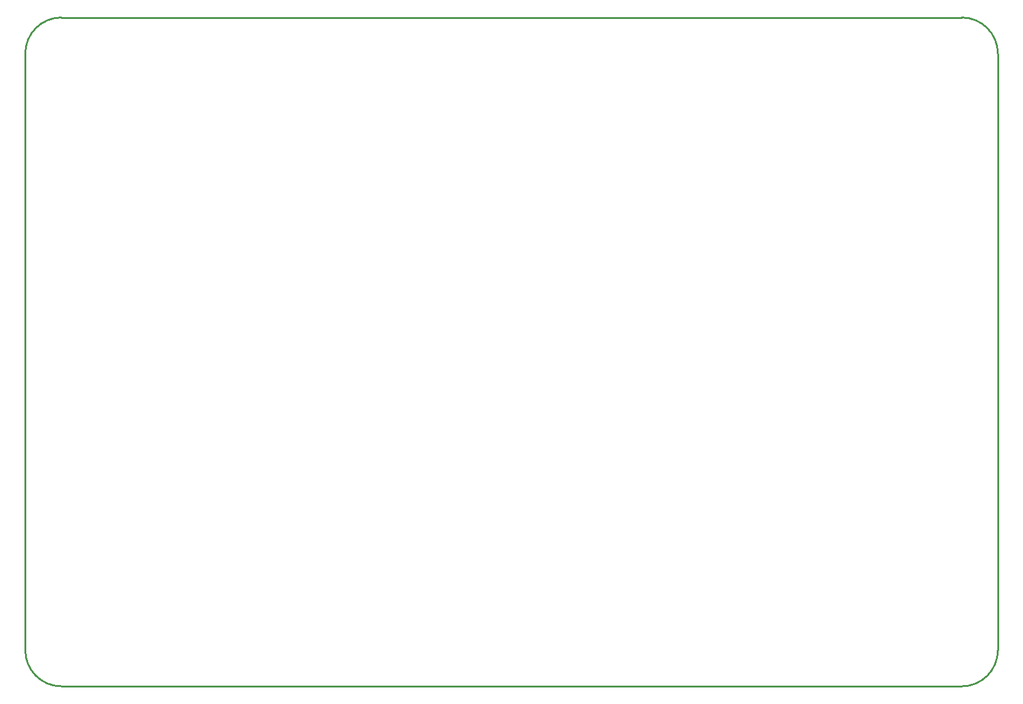
<source format=gko>
G04 Layer: BoardOutline*
G04 EasyEDA v6.1.52, Sat, 03 Aug 2019 15:20:47 GMT*
G04 0863e46d4acc4207ac88c0ed569749d1,99d799917bed4c779c6d3b41b195639e,10*
G04 Gerber Generator version 0.2*
G04 Scale: 100 percent, Rotated: No, Reflected: No *
G04 Dimensions in millimeters *
G04 leading zeros omitted , absolute positions ,3 integer and 3 decimal *
%FSLAX33Y33*%
%MOMM*%
G90*
G71D02*

%ADD10C,0.254000*%
G54D10*
G01X4999Y92583D02*
G01X129747Y92583D01*
G75*
G01X129747Y92583D02*
G02X134747Y87583I0J-5000D01*
G01*
G01X134747Y87583D02*
G01X134747Y4999D01*
G75*
G01X134747Y5000D02*
G02X129747Y0I-5000J0D01*
G01*
G01X129747Y0D02*
G01X4999Y0D01*
G75*
G01X5000Y0D02*
G02X0Y5000I0J5000D01*
G01*
G01X0Y4999D02*
G01X0Y87583D01*
G75*
G01X0Y87583D02*
G02X5000Y92583I5000J0D01*
G01*

%LPD*%
M00*
M02*

</source>
